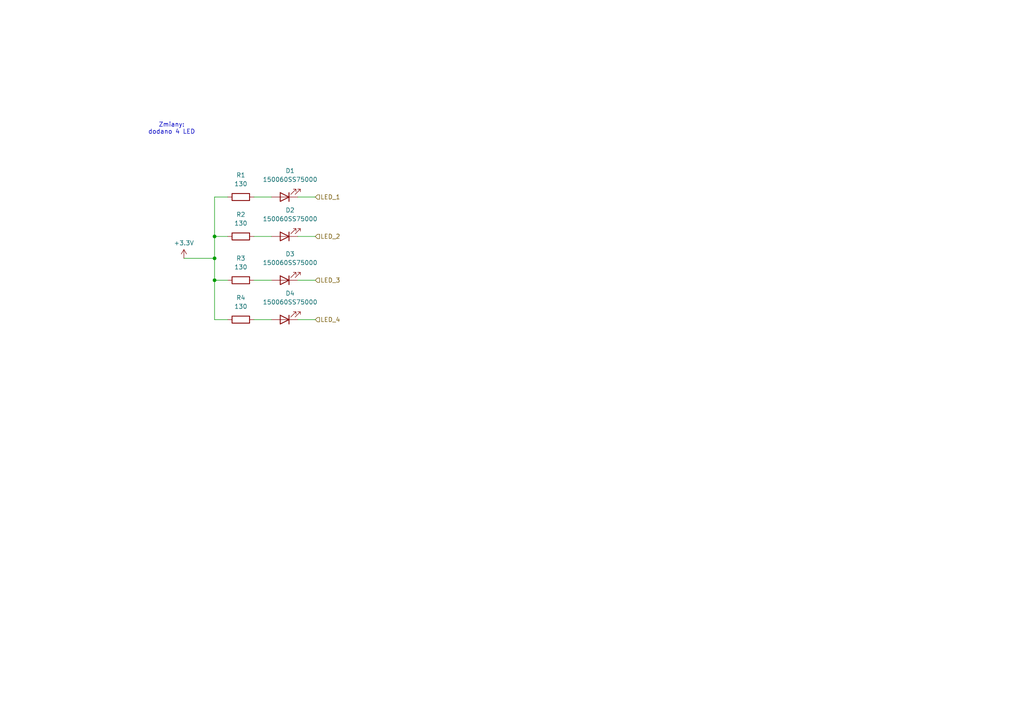
<source format=kicad_sch>
(kicad_sch (version 20231120) (generator "eeschema") (generator_version "8.0")
  (paper "A4")
  (lib_symbols
    (symbol "Device:LED" (pin_numbers hide) (pin_names (offset 1.016) hide)
      (property "Reference" "D" (at 0 2.54 0))
      (property "Value" "LED" (at 0 -2.54 0))
      (symbol "LED_0_1"
        (polyline (pts (xy -1.27 -1.27) (xy -1.27 1.27)) (stroke (width 0.254)))
        (polyline (pts (xy -1.27 0) (xy 1.27 0)))
        (polyline (pts (xy 1.27 -1.27) (xy 1.27 1.27) (xy -1.27 0) (xy 1.27 -1.27)) (stroke (width 0.254)))
        (polyline (pts (xy -3.048 -0.762) (xy -4.572 -2.286) (xy -3.81 -2.286) (xy -4.572 -2.286) (xy -4.572 -1.524)))
        (polyline (pts (xy -1.778 -0.762) (xy -3.302 -2.286) (xy -2.54 -2.286) (xy -3.302 -2.286) (xy -3.302 -1.524)))
      )
      (symbol "LED_1_1"
        (pin passive line (at -3.81 0 0) (length 2.54) (name "K") (number "1"))
        (pin passive line (at 3.81 0 180) (length 2.54) (name "A") (number "2"))
      )
    )
    (symbol "Device:R" (pin_numbers hide) (pin_names (offset 0))
      (property "Reference" "R" (at 2.032 0 90))
      (property "Value" "R" (at 0 0 90))
      (symbol "R_0_1"
        (rectangle (start -1.016 -2.54) (end 1.016 2.54) (stroke (width 0.254)))
      )
      (symbol "R_1_1"
        (pin passive line (at 0 3.81 270) (length 1.27) (name "~") (number "1"))
        (pin passive line (at 0 -3.81 90) (length 1.27) (name "~") (number "2"))
      )
    )
    (symbol "power:+3.3V" (power) (pin_names (offset 0))
      (property "Value" "+3.3V" (at 0 3.556 0))
      (symbol "+3.3V_0_1"
        (polyline (pts (xy -0.762 1.27) (xy 0 2.54)))
        (polyline (pts (xy 0 0) (xy 0 2.54)))
        (polyline (pts (xy 0 2.54) (xy 0.762 1.27)))
      )
      (symbol "+3.3V_1_1"
        (pin power_in line (at 0 0 90) (length 0) hide (name "+3.3V") (number "1"))
      )
    )
  )
  (junction (at 62.23 68.58))
  (junction (at 62.23 74.93))
  (junction (at 62.23 81.28))
  (wire (pts (xy 53.34 74.93) (xy 62.23 74.93)))
  (wire (pts (xy 73.66 81.28) (xy 78.74 81.28)))
  (wire (pts (xy 73.66 68.58) (xy 78.74 68.58)))
  (wire (pts (xy 86.36 68.58) (xy 91.44 68.58)))
  (wire (pts (xy 86.36 92.71) (xy 91.44 92.71)))
  (wire (pts (xy 86.36 81.28) (xy 91.44 81.28)))
  (wire (pts (xy 62.23 57.15) (xy 66.04 57.15)))
  (wire (pts (xy 73.66 57.15) (xy 78.74 57.15)))
  (wire (pts (xy 86.36 57.15) (xy 91.44 57.15)))
  (wire (pts (xy 73.66 92.71) (xy 78.74 92.71)))
  (wire (pts (xy 62.23 68.58) (xy 62.23 74.93)))
  (wire (pts (xy 62.23 74.93) (xy 62.23 81.28)))
  (wire (pts (xy 62.23 81.28) (xy 66.04 81.28)))
  (wire (pts (xy 62.23 92.71) (xy 66.04 92.71)))
  (wire (pts (xy 62.23 57.15) (xy 62.23 68.58)))
  (wire (pts (xy 62.23 92.71) (xy 62.23 81.28)))
  (wire (pts (xy 62.23 68.58) (xy 66.04 68.58)))
  (text "Zmiany:\ndodano 4 LED" (at 49.784 37.338 0) (effects (font (size 1.27 1.27))))
  (hierarchical_label "LED_3" (shape input) (at 91.44 81.28 0))
  (hierarchical_label "LED_4" (shape input) (at 91.44 92.71 0))
  (hierarchical_label "LED_2" (shape input) (at 91.44 68.58 0))
  (hierarchical_label "LED_1" (shape input) (at 91.44 57.15 0))
  (symbol (lib_id "Device:LED") (at 82.55 68.58 180) (unit 1)
    (property "Reference" "D2" (at 84.1375 60.96 0))
    (property "Value" "150060SS75000" (at 84.1375 63.5 0))
    (property "Footprint" "LED_SMD:LED_0603_1608Metric" (effects (hide yes)))
  )
  (symbol (lib_id "Device:R") (at 69.85 68.58 90) (unit 1)
    (property "Reference" "R2" (at 69.85 62.23 90))
    (property "Value" "130" (at 69.85 64.77 90))
    (property "Footprint" "Resistor_SMD:R_0603_1608Metric" (effects (hide yes)))
    (property "m" "CRCW0603330RFKEBC" (effects (hide yes)))
  )
  (symbol (lib_id "Device:LED") (at 82.55 57.15 180) (unit 1)
    (property "Reference" "D1" (at 84.1375 49.53 0))
    (property "Value" "150060SS75000" (at 84.1375 52.07 0))
    (property "Footprint" "LED_SMD:LED_0603_1608Metric" (effects (hide yes)))
  )
  (symbol (lib_id "Device:R") (at 69.85 81.28 90) (unit 1)
    (property "Reference" "R3" (at 69.85 74.93 90))
    (property "Value" "130" (at 69.85 77.47 90))
    (property "Footprint" "Resistor_SMD:R_0603_1608Metric" (effects (hide yes)))
    (property "m" "CRCW0603330RFKEBC" (effects (hide yes)))
  )
  (symbol (lib_id "Device:LED") (at 82.55 81.28 180) (unit 1)
    (property "Reference" "D3" (at 84.1375 73.66 0))
    (property "Value" "150060SS75000" (at 84.1375 76.2 0))
    (property "Footprint" "LED_SMD:LED_0603_1608Metric" (effects (hide yes)))
  )
  (symbol (lib_id "Device:R") (at 69.85 57.15 90) (unit 1)
    (property "Reference" "R1" (at 69.85 50.8 90))
    (property "Value" "130" (at 69.85 53.34 90))
    (property "Footprint" "Resistor_SMD:R_0603_1608Metric" (effects (hide yes)))
    (property "m" "CRCW0603330RFKEBC" (effects (hide yes)))
  )
  (symbol (lib_id "Device:R") (at 69.85 92.71 90) (unit 1)
    (property "Reference" "R4" (at 69.85 86.36 90))
    (property "Value" "130" (at 69.85 88.9 90))
    (property "Footprint" "Resistor_SMD:R_0603_1608Metric" (effects (hide yes)))
    (property "m" "CRCW0603330RFKEBC" (effects (hide yes)))
  )
  (symbol (lib_id "power:+3.3V") (at 53.34 74.93 0) (unit 1)
    (property "Reference" "#PWR04" (effects (hide yes)))
    (property "Value" "+3.3V" (at 53.34 70.485 0))
  )
  (symbol (lib_id "Device:LED") (at 82.55 92.71 180) (unit 1)
    (property "Reference" "D4" (at 84.1375 85.09 0))
    (property "Value" "150060SS75000" (at 84.1375 87.63 0))
    (property "Footprint" "LED_SMD:LED_0603_1608Metric" (effects (hide yes)))
  )
)
</source>
